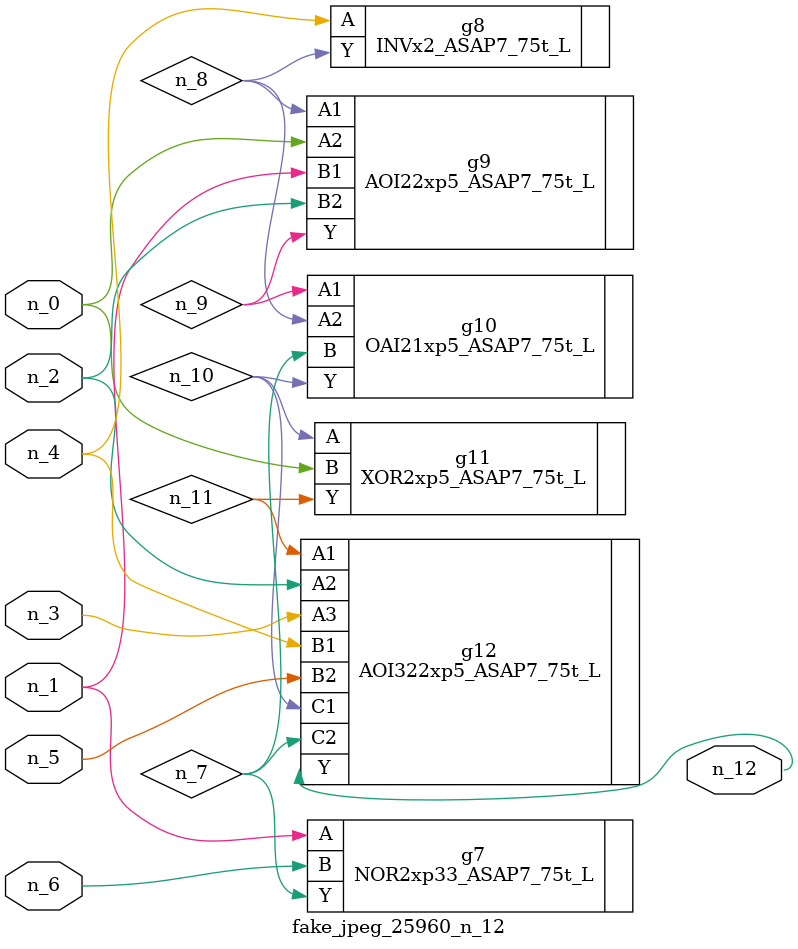
<source format=v>
module fake_jpeg_25960_n_12 (n_3, n_2, n_1, n_0, n_4, n_6, n_5, n_12);

input n_3;
input n_2;
input n_1;
input n_0;
input n_4;
input n_6;
input n_5;

output n_12;

wire n_11;
wire n_10;
wire n_8;
wire n_9;
wire n_7;

NOR2xp33_ASAP7_75t_L g7 ( 
.A(n_1),
.B(n_6),
.Y(n_7)
);

INVx2_ASAP7_75t_L g8 ( 
.A(n_4),
.Y(n_8)
);

AOI22xp5_ASAP7_75t_L g9 ( 
.A1(n_8),
.A2(n_0),
.B1(n_1),
.B2(n_2),
.Y(n_9)
);

OAI21xp5_ASAP7_75t_L g10 ( 
.A1(n_9),
.A2(n_8),
.B(n_7),
.Y(n_10)
);

XOR2xp5_ASAP7_75t_L g11 ( 
.A(n_10),
.B(n_0),
.Y(n_11)
);

AOI322xp5_ASAP7_75t_L g12 ( 
.A1(n_11),
.A2(n_2),
.A3(n_3),
.B1(n_4),
.B2(n_5),
.C1(n_10),
.C2(n_7),
.Y(n_12)
);


endmodule
</source>
